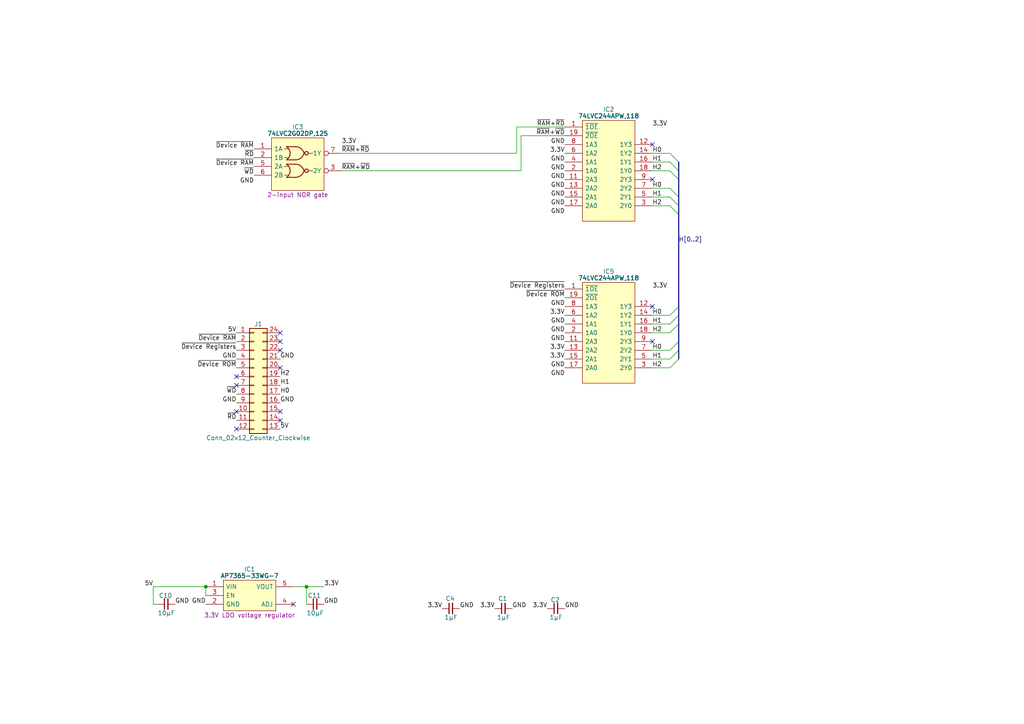
<source format=kicad_sch>
(kicad_sch (version 20230121) (generator eeschema)
  (paper "A4")
  (title_block (title "Clock Hold Select") (date "2023-10-07") (rev "V0"))
  (lib_symbols
    (symbol "Connector_Generic:Conn_02x12_Counter_Clockwise" (pin_names (offset 1.016) hide)
      (property "Reference" "J" (at 1.27 15.24 0))
      (property "Value" "Conn_02x12_Counter_Clockwise" (at 1.27 -17.78 0))
      (symbol "Conn_02x12_Counter_Clockwise_1_1"
        (rectangle (start -1.27 -15.113) (end 0 -15.367) (stroke (width 0.1524)))
        (rectangle (start -1.27 -12.573) (end 0 -12.827) (stroke (width 0.1524)))
        (rectangle (start -1.27 -10.033) (end 0 -10.287) (stroke (width 0.1524)))
        (rectangle (start -1.27 -7.493) (end 0 -7.747) (stroke (width 0.1524)))
        (rectangle (start -1.27 -4.953) (end 0 -5.207) (stroke (width 0.1524)))
        (rectangle (start -1.27 -2.413) (end 0 -2.667) (stroke (width 0.1524)))
        (rectangle (start -1.27 0.127) (end 0 -0.127) (stroke (width 0.1524)))
        (rectangle (start -1.27 2.667) (end 0 2.413) (stroke (width 0.1524)))
        (rectangle (start -1.27 5.207) (end 0 4.953) (stroke (width 0.1524)))
        (rectangle (start -1.27 7.747) (end 0 7.493) (stroke (width 0.1524)))
        (rectangle (start -1.27 10.287) (end 0 10.033) (stroke (width 0.1524)))
        (rectangle (start -1.27 12.827) (end 0 12.573) (stroke (width 0.1524)))
        (rectangle (start -1.27 13.97) (end 3.81 -16.51) (stroke (width 0.254)) (fill (type background)))
        (rectangle (start 3.81 -15.113) (end 2.54 -15.367) (stroke (width 0.1524)))
        (rectangle (start 3.81 -12.573) (end 2.54 -12.827) (stroke (width 0.1524)))
        (rectangle (start 3.81 -10.033) (end 2.54 -10.287) (stroke (width 0.1524)))
        (rectangle (start 3.81 -7.493) (end 2.54 -7.747) (stroke (width 0.1524)))
        (rectangle (start 3.81 -4.953) (end 2.54 -5.207) (stroke (width 0.1524)))
        (rectangle (start 3.81 -2.413) (end 2.54 -2.667) (stroke (width 0.1524)))
        (rectangle (start 3.81 0.127) (end 2.54 -0.127) (stroke (width 0.1524)))
        (rectangle (start 3.81 2.667) (end 2.54 2.413) (stroke (width 0.1524)))
        (rectangle (start 3.81 5.207) (end 2.54 4.953) (stroke (width 0.1524)))
        (rectangle (start 3.81 7.747) (end 2.54 7.493) (stroke (width 0.1524)))
        (rectangle (start 3.81 10.287) (end 2.54 10.033) (stroke (width 0.1524)))
        (rectangle (start 3.81 12.827) (end 2.54 12.573) (stroke (width 0.1524)))
        (pin passive line (at -5.08 12.7 0) (length 3.81) (name "Pin_1") (number "1"))
        (pin passive line (at -5.08 -10.16 0) (length 3.81) (name "Pin_10") (number "10"))
        (pin passive line (at -5.08 -12.7 0) (length 3.81) (name "Pin_11") (number "11"))
        (pin passive line (at -5.08 -15.24 0) (length 3.81) (name "Pin_12") (number "12"))
        (pin passive line (at 7.62 -15.24 180) (length 3.81) (name "Pin_13") (number "13"))
        (pin passive line (at 7.62 -12.7 180) (length 3.81) (name "Pin_14") (number "14"))
        (pin passive line (at 7.62 -10.16 180) (length 3.81) (name "Pin_15") (number "15"))
        (pin passive line (at 7.62 -7.62 180) (length 3.81) (name "Pin_16") (number "16"))
        (pin passive line (at 7.62 -5.08 180) (length 3.81) (name "Pin_17") (number "17"))
        (pin passive line (at 7.62 -2.54 180) (length 3.81) (name "Pin_18") (number "18"))
        (pin passive line (at 7.62 0 180) (length 3.81) (name "Pin_19") (number "19"))
        (pin passive line (at -5.08 10.16 0) (length 3.81) (name "Pin_2") (number "2"))
        (pin passive line (at 7.62 2.54 180) (length 3.81) (name "Pin_20") (number "20"))
        (pin passive line (at 7.62 5.08 180) (length 3.81) (name "Pin_21") (number "21"))
        (pin passive line (at 7.62 7.62 180) (length 3.81) (name "Pin_22") (number "22"))
        (pin passive line (at 7.62 10.16 180) (length 3.81) (name "Pin_23") (number "23"))
        (pin passive line (at 7.62 12.7 180) (length 3.81) (name "Pin_24") (number "24"))
        (pin passive line (at -5.08 7.62 0) (length 3.81) (name "Pin_3") (number "3"))
        (pin passive line (at -5.08 5.08 0) (length 3.81) (name "Pin_4") (number "4"))
        (pin passive line (at -5.08 2.54 0) (length 3.81) (name "Pin_5") (number "5"))
        (pin passive line (at -5.08 0 0) (length 3.81) (name "Pin_6") (number "6"))
        (pin passive line (at -5.08 -2.54 0) (length 3.81) (name "Pin_7") (number "7"))
        (pin passive line (at -5.08 -5.08 0) (length 3.81) (name "Pin_8") (number "8"))
        (pin passive line (at -5.08 -7.62 0) (length 3.81) (name "Pin_9") (number "9"))
      )
    )
    (symbol "Diodes_Inc:AP7365-33WG-7" (pin_names (offset 0.762))
      (property "Reference" "IC" (at 12.7 5.08 0))
      (property "Value" "AP7365-33WG-7" (at 12.7 3.175 0))
      (property "Description" "3.3V LDO voltage regulator" (at 12.7 -8.255 0))
      (symbol "AP7365-33WG-7_0_0"
        (pin passive line (at 0 0 0) (length 5.08) (name "VIN") (number "1"))
        (pin passive line (at 0 -5.08 0) (length 5.08) (name "GND") (number "2"))
        (pin input line (at 0 -2.54 0) (length 5.08) (name "EN") (number "3"))
        (pin passive line (at 25.4 -5.08 180) (length 5.08) (name "ADJ") (number "4"))
        (pin passive line (at 25.4 0 180) (length 5.08) (name "VOUT") (number "5"))
      )
      (symbol "AP7365-33WG-7_0_1"
        (polyline (pts (xy 5.08 1.905) (xy 20.32 1.905) (xy 20.32 -6.985) (xy 5.08 -6.985) (xy 5.08 1.905)) (fill (type background)))
      )
    )
    (symbol "HCP65:C_0805" (pin_numbers hide) (pin_names (offset 0.254) hide)
      (property "Reference" "C" (at 2.286 2.54 0))
      (property "Value" "?μF" (at 2.54 -2.54 0))
      (symbol "C_0805_0_1"
        (polyline (pts (xy 1.9685 -1.4605) (xy 1.9685 1.5875)) (stroke (width 0.3048)))
        (polyline (pts (xy 2.9845 -1.4605) (xy 2.9845 1.5875)) (stroke (width 0.3302)))
      )
      (symbol "C_0805_1_1"
        (pin passive line (at 0 0 0) (length 2.032) (name "~") (number "1"))
        (pin passive line (at 5.08 0 180) (length 2.032) (name "~") (number "2"))
      )
    )
    (symbol "Nexperia:74LVC244APW,118" (pin_names (offset 0.762))
      (property "Reference" "IC" (at 12.7 5.08 0))
      (property "Value" "74LVC244APW,118" (at 12.7 3.175 0))
      (symbol "74LVC244APW,118_0_0"
        (pin input line (at 0 0 0) (length 5.08) (name "~{1OE}") (number "1"))
        (pin input line (at 0 -15.24 0) (length 5.08) (name "2A3") (number "11"))
        (pin tri_state line (at 25.4 -5.08 180) (length 5.08) (name "1Y3") (number "12"))
        (pin input line (at 0 -17.78 0) (length 5.08) (name "2A2") (number "13"))
        (pin tri_state line (at 25.4 -7.62 180) (length 5.08) (name "1Y2") (number "14"))
        (pin input line (at 0 -20.32 0) (length 5.08) (name "2A1") (number "15"))
        (pin tri_state line (at 25.4 -10.16 180) (length 5.08) (name "1Y1") (number "16"))
        (pin input line (at 0 -22.86 0) (length 5.08) (name "2A0") (number "17"))
        (pin tri_state line (at 25.4 -12.7 180) (length 5.08) (name "1Y0") (number "18"))
        (pin input line (at 0 -2.54 0) (length 5.08) (name "~{2OE}") (number "19"))
        (pin input line (at 0 -12.7 0) (length 5.08) (name "1A0") (number "2"))
        (pin tri_state line (at 25.4 -22.86 180) (length 5.08) (name "2Y0") (number "3"))
        (pin input line (at 0 -10.16 0) (length 5.08) (name "1A1") (number "4"))
        (pin tri_state line (at 25.4 -20.32 180) (length 5.08) (name "2Y1") (number "5"))
        (pin input line (at 0 -7.62 0) (length 5.08) (name "1A2") (number "6"))
        (pin tri_state line (at 25.4 -17.78 180) (length 5.08) (name "2Y2") (number "7"))
        (pin input line (at 0 -5.08 0) (length 5.08) (name "1A3") (number "8"))
        (pin tri_state line (at 25.4 -15.24 180) (length 5.08) (name "2Y3") (number "9"))
      )
      (symbol "74LVC244APW,118_0_1"
        (polyline (pts (xy 5.08 1.905) (xy 20.32 1.905) (xy 20.32 -27.305) (xy 5.08 -27.305) (xy 5.08 1.905)) (stroke (width 0.1524)) (fill (type background)))
      )
      (symbol "74LVC244APW,118_1_0"
        (pin passive line (at 0 -25.4 0) (length 5.08) hide (name "GND") (number "10"))
        (pin passive line (at 25.4 0 180) (length 5.08) hide (name "3V") (number "20"))
      )
    )
    (symbol "Nexperia:74LVC2G02DP,125" (pin_names (offset 0.762))
      (property "Reference" "IC" (at 12.7 5.08 0))
      (property "Value" "74LVC2G02DP,125" (at 12.7 3.175 0))
      (property "Description" "2-input NOR gate" (at 12.7 -14.605 0))
      (symbol "74LVC2G02DP,125_0_0"
        (pin input line (at 0 -1.27 0) (length 5.08) (name "1A") (number "1"))
        (pin input line (at 0 -3.81 0) (length 5.08) (name "1B") (number "2"))
        (pin output inverted (at 25.4 -7.62 180) (length 5.08) (name "2Y") (number "3"))
        (pin passive line (at 0 -11.43 0) (length 5.08) hide (name "GND") (number "4"))
        (pin input line (at 0 -6.35 0) (length 5.08) (name "2A") (number "5"))
        (pin input line (at 0 -8.89 0) (length 5.08) (name "2B") (number "6"))
        (pin output inverted (at 25.4 -2.54 180) (length 5.08) (name "1Y") (number "7"))
        (pin passive line (at 25.4 0 180) (length 5.08) hide (name "3V") (number "8"))
      )
      (symbol "74LVC2G02DP,125_0_1"
        (polyline (pts (xy 8.802 -8.89) (xy 10.0719 -8.89)))
        (polyline (pts (xy 8.802 -6.35) (xy 10.0719 -6.35)))
        (polyline (pts (xy 8.802 -3.81) (xy 10.0719 -3.81)))
        (polyline (pts (xy 8.802 -1.27) (xy 10.0719 -1.27)))
        (polyline (pts (xy 11.977 -9.525) (xy 9.437 -9.525)) (stroke (width 0.254)) (fill (type background)))
        (polyline (pts (xy 11.977 -5.715) (xy 9.437 -5.715)) (stroke (width 0.254)) (fill (type background)))
        (polyline (pts (xy 11.977 -4.445) (xy 9.437 -4.445)) (stroke (width 0.254)) (fill (type background)))
        (polyline (pts (xy 11.977 -0.635) (xy 9.437 -0.635)) (stroke (width 0.254)) (fill (type background)))
        (polyline (pts (xy 15.875 -7.62) (xy 17.057 -7.62)))
        (polyline (pts (xy 15.875 -2.54) (xy 17.057 -2.54)))
        (polyline (pts (xy 5.08 1.905) (xy 20.32 1.905) (xy 20.32 -13.335) (xy 5.08 -13.335) (xy 5.08 1.905)) (stroke (width 0.1524)) (fill (type background)))
        (arc (start 9.437 -9.525) (mid 10.4969 -7.62) (end 9.437 -5.715) (stroke (width 0.254)))
        (arc (start 9.437 -4.445) (mid 10.4969 -2.54) (end 9.437 -0.635) (stroke (width 0.254)))
        (arc (start 11.977 -9.525) (mid 13.5754 -9.0104) (end 14.517 -7.62) (stroke (width 0.254)))
        (arc (start 11.977 -4.445) (mid 13.5754 -3.9304) (end 14.517 -2.54) (stroke (width 0.254)))
        (arc (start 14.517 -7.62) (mid 13.5761 -6.2287) (end 11.977 -5.715) (stroke (width 0.254)))
        (arc (start 14.517 -2.54) (mid 13.5761 -1.1487) (end 11.977 -0.635) (stroke (width 0.254)))
        (circle (center 15.24 -7.62) (radius 0.508) (stroke (width 0.254)))
        (circle (center 15.24 -2.54) (radius 0.508) (stroke (width 0.254)))
      )
    )
  )
  (junction (at 59.69 170.18))
  (junction (at 88.9 170.18))
  (no_connect (at 81.28 121.92))
  (no_connect (at 68.58 111.76))
  (no_connect (at 189.23 99.06))
  (no_connect (at 85.09 175.26))
  (no_connect (at 81.28 99.06))
  (no_connect (at 189.23 88.9))
  (no_connect (at 81.28 96.52))
  (no_connect (at 68.58 109.22))
  (no_connect (at 81.28 101.6))
  (no_connect (at 68.58 124.46))
  (no_connect (at 68.58 119.38))
  (no_connect (at 81.28 119.38))
  (no_connect (at 189.23 52.07))
  (no_connect (at 81.28 106.68))
  (no_connect (at 189.23 41.91))
  (bus_entry (at 194.31 101.6) (size 2.54 -2.54))
  (bus_entry (at 194.31 106.68) (size 2.54 -2.54))
  (bus_entry (at 194.31 44.45) (size 2.54 2.54))
  (bus_entry (at 194.31 96.52) (size 2.54 -2.54))
  (bus_entry (at 194.31 49.53) (size 2.54 2.54))
  (bus_entry (at 194.31 54.61) (size 2.54 2.54))
  (bus_entry (at 194.31 91.44) (size 2.54 -2.54))
  (bus_entry (at 194.31 93.98) (size 2.54 -2.54))
  (bus_entry (at 194.31 46.99) (size 2.54 2.54))
  (bus_entry (at 194.31 104.14) (size 2.54 -2.54))
  (bus_entry (at 194.31 59.69) (size 2.54 2.54))
  (bus_entry (at 194.31 57.15) (size 2.54 2.54))
  (wire (pts (xy 163.83 39.37) (xy 151.13 39.37)))
  (bus (pts (xy 196.85 99.06) (xy 196.85 101.6)))
  (wire (pts (xy 189.23 106.68) (xy 194.31 106.68)))
  (wire (pts (xy 88.9 175.26) (xy 88.9 170.18)))
  (wire (pts (xy 189.23 57.15) (xy 194.31 57.15)))
  (wire (pts (xy 163.83 36.83) (xy 149.86 36.83)))
  (wire (pts (xy 189.23 54.61) (xy 194.31 54.61)))
  (bus (pts (xy 196.85 59.69) (xy 196.85 57.15)))
  (wire (pts (xy 189.23 49.53) (xy 194.31 49.53)))
  (bus (pts (xy 196.85 88.9) (xy 196.85 91.44)))
  (wire (pts (xy 44.45 170.18) (xy 59.69 170.18)))
  (wire (pts (xy 59.69 170.18) (xy 59.69 172.72)))
  (bus (pts (xy 196.85 49.53) (xy 196.85 46.99)))
  (bus (pts (xy 196.85 62.23) (xy 196.85 88.9)))
  (bus (pts (xy 196.85 93.98) (xy 196.85 99.06)))
  (wire (pts (xy 149.86 44.45) (xy 99.06 44.45)))
  (bus (pts (xy 196.85 101.6) (xy 196.85 104.14)))
  (wire (pts (xy 85.09 170.18) (xy 88.9 170.18)))
  (wire (pts (xy 189.23 91.44) (xy 194.31 91.44)))
  (wire (pts (xy 151.13 49.53) (xy 99.06 49.53)))
  (wire (pts (xy 189.23 44.45) (xy 194.31 44.45)))
  (wire (pts (xy 151.13 39.37) (xy 151.13 49.53)))
  (wire (pts (xy 149.86 36.83) (xy 149.86 44.45)))
  (wire (pts (xy 44.45 170.18) (xy 44.45 175.26)))
  (wire (pts (xy 189.23 46.99) (xy 194.31 46.99)))
  (wire (pts (xy 189.23 96.52) (xy 194.31 96.52)))
  (wire (pts (xy 189.23 104.14) (xy 194.31 104.14)))
  (wire (pts (xy 189.23 93.98) (xy 194.31 93.98)))
  (bus (pts (xy 196.85 52.07) (xy 196.85 49.53)))
  (wire (pts (xy 44.45 175.26) (xy 45.72 175.26)))
  (wire (pts (xy 189.23 101.6) (xy 194.31 101.6)))
  (bus (pts (xy 196.85 91.44) (xy 196.85 93.98)))
  (bus (pts (xy 196.85 57.15) (xy 196.85 52.07)))
  (wire (pts (xy 189.23 59.69) (xy 194.31 59.69)))
  (bus (pts (xy 196.85 62.23) (xy 196.85 59.69)))
  (wire (pts (xy 88.9 170.18) (xy 93.98 170.18)))
  (label "~{RAM}+~{RD}" (at 99.06 44.45 0))
  (label "GND" (at 148.59 176.53 0))
  (label "GND" (at 73.66 53.34 180))
  (label "5V" (at 81.28 124.46 0))
  (label "H0" (at 189.23 44.45 0))
  (label "H1" (at 189.23 46.99 0))
  (label "~{RAM}+~{WD}" (at 163.83 39.37 180))
  (label "3.3V" (at 163.83 44.45 180))
  (label "GND" (at 93.98 175.26 0))
  (label "~{RD}" (at 73.66 45.72 180))
  (label "GND" (at 163.83 54.61 180))
  (label "GND" (at 163.83 109.22 180))
  (label "3.3V" (at 163.83 104.14 180))
  (label "GND" (at 163.83 93.98 180))
  (label "H1" (at 81.28 111.76 0))
  (label "H1" (at 189.23 93.98 0))
  (label "H2" (at 189.23 106.68 0))
  (label "H2" (at 189.23 49.53 0))
  (label "GND" (at 50.8 175.26 0))
  (label "5V" (at 44.45 170.18 180))
  (label "~{Device ROM}" (at 68.58 106.68 180))
  (label "GND" (at 68.58 116.84 180))
  (label "GND" (at 163.83 46.99 180))
  (label "5V" (at 68.58 96.52 180))
  (label "~{Device RAM}" (at 73.66 48.26 180))
  (label "GND" (at 163.83 57.15 180))
  (label "3.3V" (at 189.23 83.82 0))
  (label "3.3V" (at 189.23 36.83 0))
  (label "GND" (at 59.69 175.26 180))
  (label "3.3V" (at 158.75 176.53 180))
  (label "~{Device Registers}" (at 163.83 83.82 180))
  (label "~{Device RAM}" (at 68.58 99.06 180))
  (label "~{RD}" (at 68.58 121.92 180))
  (label "GND" (at 163.83 96.52 180))
  (label "~{RAM}+~{RD}" (at 163.83 36.83 180))
  (label "GND" (at 68.58 104.14 180))
  (label "H0" (at 189.23 54.61 0))
  (label "H2" (at 81.28 109.22 0))
  (label "~{Device ROM}" (at 163.83 86.36 180))
  (label "3.3V" (at 163.83 91.44 180))
  (label "H0" (at 81.28 114.3 0))
  (label "3.3V" (at 128.27 176.53 180))
  (label "~{Device RAM}" (at 73.66 43.18 180))
  (label "H[0..2]" (at 196.85 70.485 0))
  (label "GND" (at 81.28 104.14 0))
  (label "GND" (at 163.83 106.68 180))
  (label "GND" (at 163.83 59.69 180))
  (label "~{WD}" (at 68.58 114.3 180))
  (label "GND" (at 163.83 88.9 180))
  (label "3.3V" (at 163.83 101.6 180))
  (label "H1" (at 189.23 104.14 0))
  (label "GND" (at 163.83 41.91 180))
  (label "3.3V" (at 143.51 176.53 180))
  (label "3.3V" (at 93.98 170.18 0))
  (label "GND" (at 163.83 49.53 180))
  (label "H2" (at 189.23 59.69 0))
  (label "~{RAM}+~{WD}" (at 99.06 49.53 0))
  (label "GND" (at 163.83 62.23 180))
  (label "H2" (at 189.23 96.52 0))
  (label "GND" (at 163.83 52.07 180))
  (label "~{WD}" (at 73.66 50.8 180))
  (label "GND" (at 81.28 116.84 0))
  (label "3.3V" (at 99.06 41.91 0))
  (label "GND" (at 163.83 99.06 180))
  (label "H1" (at 189.23 57.15 0))
  (label "H0" (at 189.23 91.44 0))
  (label "GND" (at 133.35 176.53 0))
  (label "H0" (at 189.23 101.6 0))
  (label "~{Device Registers}" (at 68.58 101.6 180))
  (label "GND" (at 163.83 176.53 0))
  (symbol (lib_id "Nexperia:74LVC244APW,118") (at 163.83 36.83 0) (unit 1)
    (property "Reference" "IC2" (at 176.53 31.75 0))
    (property "Value" "74LVC244APW,118" (at 176.53 33.655 0) (effects (font bold)))
    (property "Footprint" "SOP65P640X110-20N" (effects hide))
    (property "Datasheet" "https://assets.nexperia.com/documents/data-sheet/74LVC_LVCH244A.pdf" (effects hide))
    (property "Description" "74LVC(H)244A - Octal buffer/line driver; 3-state@en-us" (effects hide))
    (property "Height" "1.1" (effects hide))
    (property "Manufacturer_Name" "Nexperia" (effects hide))
    (property "Manufacturer_Part_Number" "74LVC244APW,118" (effects hide))
    (property "Mouser Part Number" "771-74LVC244APW-T" (effects hide))
    (property "Mouser Price/Stock" "https://www.mouser.co.uk/ProductDetail/Nexperia/74LVC244APW118?qs=me8TqzrmIYXA4kTVlk0VcA%3D%3D" (effects hide))
    (property "Silkscreen" "74LVC244" (effects hide))
  )
  (symbol (lib_id "Connector_Generic:Conn_02x12_Counter_Clockwise") (at 73.66 109.22 0) (unit 1)
    (property "Reference" "J1" (at 74.93 93.98 0))
    (property "Value" "Conn_02x12_Counter_Clockwise" (at 74.93 127 0))
    (property "Footprint" "SamacSys_Parts:DIP-24_Board_W15.24mm" (effects hide))
  )
  (symbol (lib_id "Nexperia:74LVC2G02DP,125") (at 73.66 41.91 0) (unit 1)
    (property "Reference" "IC3" (at 86.36 36.83 0))
    (property "Value" "74LVC2G02DP,125" (at 86.36 38.735 0) (effects (font bold)))
    (property "Footprint" "SOP65P400X110-8N" (effects hide))
    (property "Datasheet" "https://assets.nexperia.com/documents/data-sheet/74LVC2G02.pdf" (effects hide))
    (property "Description" "2-input NOR gate" (at 86.36 56.515 0))
    (property "Height" "1.1" (effects hide))
    (property "Mouser Part Number" "771-LVC2G02DP125" (effects hide))
    (property "Mouser Price/Stock" "https://www.mouser.co.uk/ProductDetail/Nexperia/74LVC2G02DP125?qs=me8TqzrmIYWiSMBpOBB%252Bsg%3D%3D" (effects hide))
    (property "Manufacturer_Name" "Nexperia" (effects hide))
    (property "Manufacturer_Part_Number" "74LVC2G02DP,125" (effects hide))
    (property "Silkscreen" "74LVC2G02" (effects hide))
  )
  (symbol (lib_id "Nexperia:74LVC244APW,118") (at 163.83 83.82 0) (unit 1)
    (property "Reference" "IC5" (at 176.53 78.74 0))
    (property "Value" "74LVC244APW,118" (at 176.53 80.645 0) (effects (font bold)))
    (property "Footprint" "SOP65P640X110-20N" (effects hide))
    (property "Datasheet" "https://assets.nexperia.com/documents/data-sheet/74LVC_LVCH244A.pdf" (effects hide))
    (property "Description" "74LVC(H)244A - Octal buffer/line driver; 3-state@en-us" (effects hide))
    (property "Height" "1.1" (effects hide))
    (property "Manufacturer_Name" "Nexperia" (effects hide))
    (property "Manufacturer_Part_Number" "74LVC244APW,118" (effects hide))
    (property "Mouser Part Number" "771-74LVC244APW-T" (effects hide))
    (property "Mouser Price/Stock" "https://www.mouser.co.uk/ProductDetail/Nexperia/74LVC244APW118?qs=me8TqzrmIYXA4kTVlk0VcA%3D%3D" (effects hide))
    (property "Silkscreen" "74LVC244" (effects hide))
  )
  (symbol (lib_id "HCP65:C_0805") (at 143.51 176.53 0) (unit 1)
    (property "Reference" "C1" (at 145.796 173.609 0))
    (property "Value" "1μF" (at 146.05 179.07 0))
    (property "Footprint" "SamacSys_Parts:C_0805" (effects hide))
  )
  (symbol (lib_id "HCP65:C_0805") (at 45.72 175.26 0) (unit 1)
    (property "Reference" "C10" (at 48.006 172.72 0))
    (property "Value" "10µF" (at 45.72 177.8 0) (effects (justify left)))
    (property "Footprint" "SamacSys_Parts:C_0805" (effects hide))
  )
  (symbol (lib_id "HCP65:C_0805") (at 158.75 176.53 0) (unit 1)
    (property "Reference" "C2" (at 161.036 173.99 0))
    (property "Value" "1μF" (at 161.29 179.07 0))
    (property "Footprint" "SamacSys_Parts:C_0805" (effects hide))
  )
  (symbol (lib_id "HCP65:C_0805") (at 128.27 176.53 0) (unit 1)
    (property "Reference" "C4" (at 130.556 173.609 0))
    (property "Value" "1μF" (at 130.81 179.07 0))
    (property "Footprint" "SamacSys_Parts:C_0805" (effects hide))
  )
  (symbol (lib_id "Diodes_Inc:AP7365-33WG-7") (at 59.69 170.18 0) (unit 1)
    (property "Reference" "IC1" (at 72.39 165.1 0))
    (property "Value" "AP7365-33WG-7" (at 72.39 167.005 0) (effects (font bold)))
    (property "Footprint" "SOT95P285X130-5N" (effects hide))
    (property "Datasheet" "https://componentsearchengine.com/Datasheets/1/AP7365-33WG-7.pdf" (effects hide))
    (property "Description" "3.3V LDO voltage regulator" (at 72.39 178.435 0))
    (property "Height" "1.3" (effects hide))
    (property "Manufacturer_Name" "Diodes Inc." (effects hide))
    (property "Manufacturer_Part_Number" "AP7365-33WG-7" (effects hide))
    (property "Mouser Part Number" "621-AP7365-33WG-7" (effects hide))
    (property "Mouser Price/Stock" "https://www.mouser.co.uk/ProductDetail/Diodes-Incorporated/AP7365-33WG-7?qs=abZ1nkZpTuOZFvxvoFPL0w%3D%3D" (effects hide))
    (property "Arrow Part Number" "AP7365-33WG-7" (effects hide))
    (property "Arrow Price/Stock" "https://www.arrow.com/en/products/ap7365-33wg-7/diodes-incorporated?region=nac" (effects hide))
    (property "Silkscreen" "AP7365" (effects hide))
  )
  (symbol (lib_id "HCP65:C_0805") (at 88.9 175.26 0) (unit 1)
    (property "Reference" "C11" (at 91.186 172.72 0))
    (property "Value" "10µF" (at 88.9 177.8 0) (effects (justify left)))
    (property "Footprint" "SamacSys_Parts:C_0805" (effects hide))
  )
)
</source>
